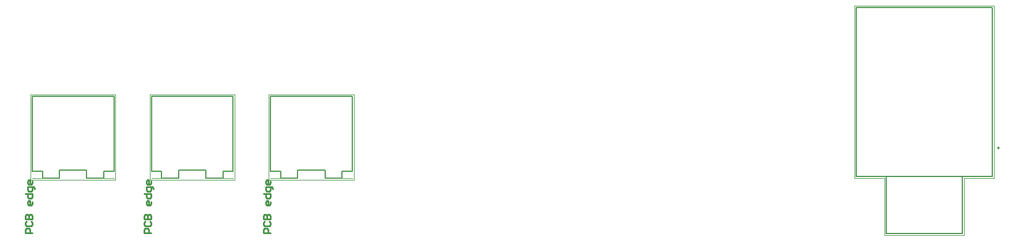
<source format=gko>
G04*
G04 #@! TF.GenerationSoftware,Altium Limited,Altium Designer,20.2.7 (254)*
G04*
G04 Layer_Color=16711935*
%FSLAX25Y25*%
%MOIN*%
G70*
G04*
G04 #@! TF.SameCoordinates,07DD798B-C11C-458A-AB0E-1EECFAB96A1D*
G04*
G04*
G04 #@! TF.FilePolarity,Positive*
G04*
G01*
G75*
%ADD10C,0.01000*%
%ADD11C,0.00787*%
%ADD12C,0.00500*%
%ADD13C,0.00000*%
%ADD14C,0.00197*%
D10*
X261807Y68889D02*
X257807D01*
Y70888D01*
X258474Y71555D01*
X259807D01*
X260473Y70888D01*
Y68889D01*
X258474Y75554D02*
X257807Y74888D01*
Y73555D01*
X258474Y72888D01*
X261140D01*
X261807Y73555D01*
Y74888D01*
X261140Y75554D01*
X257807Y76888D02*
X261807D01*
Y78887D01*
X261140Y79554D01*
X260473D01*
X259807Y78887D01*
Y76888D01*
Y78887D01*
X259140Y79554D01*
X258474D01*
X257807Y78887D01*
Y76888D01*
X261807Y86886D02*
Y85553D01*
X261140Y84886D01*
X259807D01*
X259140Y85553D01*
Y86886D01*
X259807Y87553D01*
X260473D01*
Y84886D01*
X257807Y91552D02*
X261807D01*
Y89552D01*
X261140Y88886D01*
X259807D01*
X259140Y89552D01*
Y91552D01*
X263140Y94218D02*
Y94885D01*
X262473Y95552D01*
X259140D01*
Y93552D01*
X259807Y92885D01*
X261140D01*
X261807Y93552D01*
Y95552D01*
Y98884D02*
Y97551D01*
X261140Y96885D01*
X259807D01*
X259140Y97551D01*
Y98884D01*
X259807Y99551D01*
X260473D01*
Y96885D01*
X192909Y68889D02*
X188909D01*
Y70888D01*
X189576Y71555D01*
X190909D01*
X191576Y70888D01*
Y68889D01*
X189576Y75554D02*
X188909Y74888D01*
Y73555D01*
X189576Y72888D01*
X192242D01*
X192909Y73555D01*
Y74888D01*
X192242Y75554D01*
X188909Y76888D02*
X192909D01*
Y78887D01*
X192242Y79554D01*
X191576D01*
X190909Y78887D01*
Y76888D01*
Y78887D01*
X190243Y79554D01*
X189576D01*
X188909Y78887D01*
Y76888D01*
X192909Y86886D02*
Y85553D01*
X192242Y84886D01*
X190909D01*
X190243Y85553D01*
Y86886D01*
X190909Y87553D01*
X191576D01*
Y84886D01*
X188909Y91552D02*
X192909D01*
Y89552D01*
X192242Y88886D01*
X190909D01*
X190243Y89552D01*
Y91552D01*
X194242Y94218D02*
Y94885D01*
X193576Y95552D01*
X190243D01*
Y93552D01*
X190909Y92885D01*
X192242D01*
X192909Y93552D01*
Y95552D01*
Y98884D02*
Y97551D01*
X192242Y96885D01*
X190909D01*
X190243Y97551D01*
Y98884D01*
X190909Y99551D01*
X191576D01*
Y96885D01*
X124011Y68889D02*
X120012D01*
Y70888D01*
X120678Y71555D01*
X122012D01*
X122678Y70888D01*
Y68889D01*
X120678Y75554D02*
X120012Y74888D01*
Y73555D01*
X120678Y72888D01*
X123345D01*
X124011Y73555D01*
Y74888D01*
X123345Y75554D01*
X120012Y76888D02*
X124011D01*
Y78887D01*
X123345Y79554D01*
X122678D01*
X122012Y78887D01*
Y76888D01*
Y78887D01*
X121345Y79554D01*
X120678D01*
X120012Y78887D01*
Y76888D01*
X124011Y86886D02*
Y85553D01*
X123345Y84886D01*
X122012D01*
X121345Y85553D01*
Y86886D01*
X122012Y87553D01*
X122678D01*
Y84886D01*
X120012Y91552D02*
X124011D01*
Y89552D01*
X123345Y88886D01*
X122012D01*
X121345Y89552D01*
Y91552D01*
X125345Y94218D02*
Y94885D01*
X124678Y95552D01*
X121345D01*
Y93552D01*
X122012Y92885D01*
X123345D01*
X124011Y93552D01*
Y95552D01*
Y98884D02*
Y97551D01*
X123345Y96885D01*
X122012D01*
X121345Y97551D01*
Y98884D01*
X122012Y99551D01*
X122678D01*
Y96885D01*
D11*
X682992Y117953D02*
G03*
X682992Y117953I-394J0D01*
G01*
D12*
X261811Y104331D02*
Y147638D01*
X309055D01*
Y104331D02*
Y147638D01*
X261811Y104331D02*
X267717D01*
Y100394D02*
Y104331D01*
Y100394D02*
X277559D01*
Y105118D01*
X293307D01*
Y100394D02*
Y105118D01*
Y100394D02*
X303150D01*
Y104331D01*
X309055D01*
X192913D02*
Y147638D01*
X240158D01*
Y104331D02*
Y147638D01*
X192913Y104331D02*
X198819D01*
Y100394D02*
Y104331D01*
Y100394D02*
X208661D01*
Y105118D01*
X224410D01*
Y100394D02*
Y105118D01*
Y100394D02*
X234252D01*
Y104331D01*
X240158D01*
X679134Y101575D02*
Y199213D01*
X600394D02*
X679134D01*
X600394Y101575D02*
Y199213D01*
Y101575D02*
X617889D01*
Y68504D02*
Y101575D01*
Y68504D02*
X661639D01*
Y101575D01*
X679134D01*
X617889D02*
X661639D01*
X124016Y104331D02*
Y147638D01*
X171260D01*
Y104331D02*
Y147638D01*
X124016Y104331D02*
X129921D01*
Y100394D02*
Y104331D01*
Y100394D02*
X139764D01*
Y105118D01*
X155512D01*
Y100394D02*
Y105118D01*
Y100394D02*
X165354D01*
Y104331D01*
X171260D01*
D13*
X261811Y100394D02*
X277559D01*
Y105118D01*
X293307D01*
Y100394D02*
Y105118D01*
Y100394D02*
X309055D01*
X192913D02*
X208661D01*
Y105118D01*
X224410D01*
Y100394D02*
Y105118D01*
Y100394D02*
X240158D01*
X124016D02*
X139764D01*
Y105118D01*
X155512D01*
Y100394D02*
Y105118D01*
Y100394D02*
X171260D01*
D14*
X260827Y148622D02*
X310039D01*
Y99410D02*
Y148622D01*
X260827Y99410D02*
X310039D01*
X260827D02*
Y148622D01*
X191929D02*
X241142D01*
Y99410D02*
Y148622D01*
X191929Y99410D02*
X241142D01*
X191929D02*
Y148622D01*
X680118Y100591D02*
Y200197D01*
X599409D02*
X680118D01*
X599409Y100591D02*
Y200197D01*
Y100591D02*
X616904D01*
Y67520D02*
Y100591D01*
Y67520D02*
X662623D01*
Y100591D01*
X680118D01*
X123031Y148622D02*
X172244D01*
Y99410D02*
Y148622D01*
X123031Y99410D02*
X172244D01*
X123031D02*
Y148622D01*
M02*

</source>
